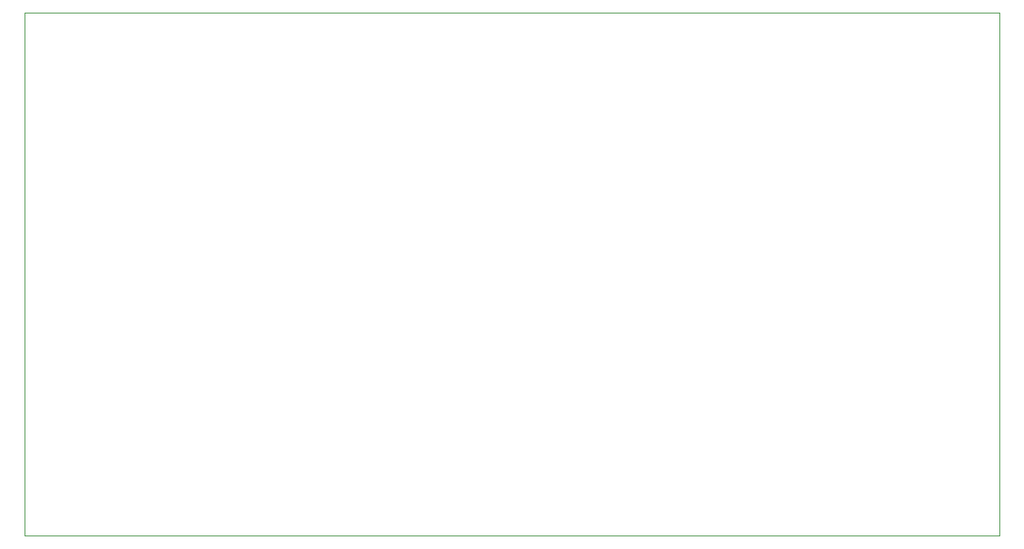
<source format=gbr>
%TF.GenerationSoftware,KiCad,Pcbnew,(5.1.4)-1*%
%TF.CreationDate,2021-02-11T11:52:37+01:00*%
%TF.ProjectId,version_gsm,76657273-696f-46e5-9f67-736d2e6b6963,rev?*%
%TF.SameCoordinates,Original*%
%TF.FileFunction,Profile,NP*%
%FSLAX46Y46*%
G04 Gerber Fmt 4.6, Leading zero omitted, Abs format (unit mm)*
G04 Created by KiCad (PCBNEW (5.1.4)-1) date 2021-02-11 11:52:37*
%MOMM*%
%LPD*%
G04 APERTURE LIST*
%ADD10C,0.050000*%
G04 APERTURE END LIST*
D10*
X92964000Y-130048000D02*
X197104000Y-130048000D01*
X92964000Y-74168000D02*
X92964000Y-130048000D01*
X197104000Y-74168000D02*
X197104000Y-130048000D01*
X92964000Y-74168000D02*
X197104000Y-74168000D01*
M02*

</source>
